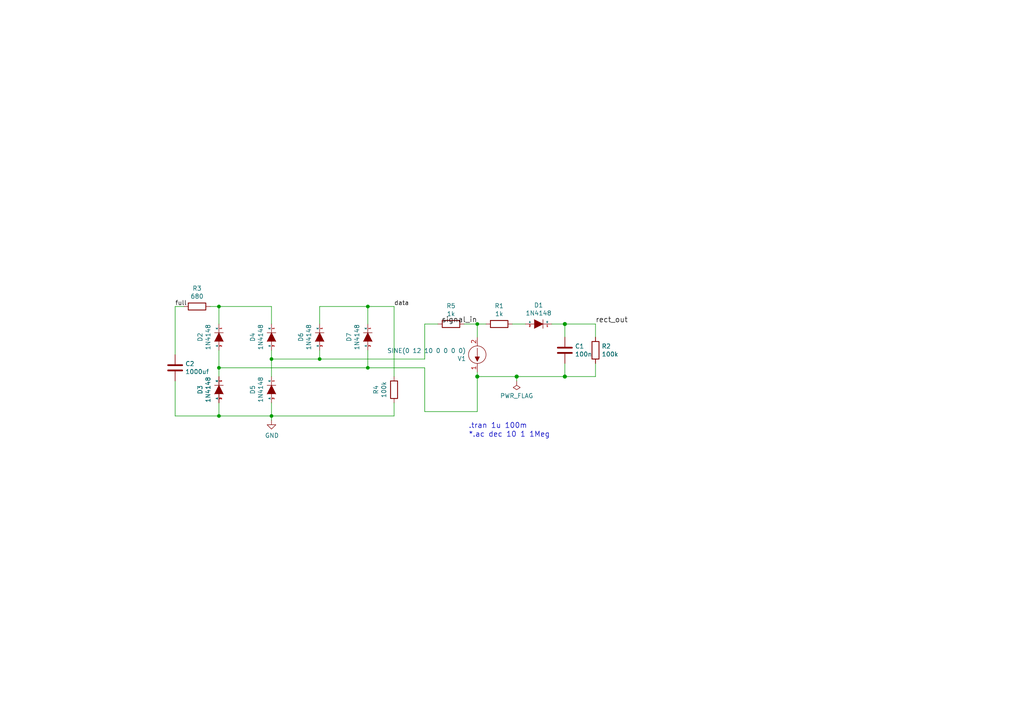
<source format=kicad_sch>
(kicad_sch (version 20211123) (generator eeschema)
  (paper "A4")
  (lib_symbols
    (symbol "power:PWR_FLAG" (power) (pin_numbers hide) (pin_names (offset 0) hide)
      (property "Value" "PWR_FLAG" (at 0 3.81 0))
      (symbol "PWR_FLAG_0_0"
        (pin power_out line (at 0 0 90) (length 0) (name "pwr") (number "1"))
      )
      (symbol "PWR_FLAG_0_1"
        (polyline (pts (xy 0 0) (xy 0 1.27) (xy -1.016 1.905) (xy 0 2.54) (xy 1.016 1.905) (xy 0 1.27)))
      )
    )
    (symbol "rectifier_schlib:C" (pin_numbers hide) (pin_names (offset 0.254))
      (property "Reference" "C" (at 0.635 2.54 0))
      (property "Value" "C" (at 0.635 -2.54 0))
      (symbol "C_0_1"
        (polyline (pts (xy -2.032 -0.762) (xy 2.032 -0.762)) (stroke (width 0.508)))
        (polyline (pts (xy -2.032 0.762) (xy 2.032 0.762)) (stroke (width 0.508)))
      )
      (symbol "C_1_1"
        (pin passive line (at 0 3.81 270) (length 2.794) (name "~") (number "1"))
        (pin passive line (at 0 -3.81 90) (length 2.794) (name "~") (number "2"))
      )
    )
    (symbol "rectifier_schlib:D" (pin_names (offset 0))
      (property "Reference" "D" (at 0 2.54 0))
      (property "Value" "D" (at 0 -2.54 0))
      (symbol "D_0_1"
        (polyline (pts (xy -1.27 1.27) (xy -1.27 -1.27)) (stroke (width 0.1524)))
        (polyline (pts (xy 1.27 1.27) (xy -1.27 0) (xy 1.27 -1.27)) (fill (type outline)))
      )
      (symbol "D_1_1"
        (pin passive line (at -3.81 0 0) (length 2.54) (name "K") (number "1"))
        (pin passive line (at 3.81 0 180) (length 2.54) (name "A") (number "2"))
      )
    )
    (symbol "rectifier_schlib:GND" (power) (pin_names (offset 0))
      (property "Value" "GND" (at 0 -3.1242 0))
      (symbol "GND_0_1"
        (polyline (pts (xy 0 0) (xy 0 -1.27) (xy 1.27 -1.27) (xy 0 -2.54) (xy -1.27 -1.27) (xy 0 -1.27)))
      )
      (symbol "GND_1_1"
        (pin power_in line (at 0 0 270) (length 0) hide (name "GND") (number "1"))
      )
    )
    (symbol "rectifier_schlib:R" (pin_numbers hide) (pin_names (offset 0))
      (property "Reference" "R" (at 2.032 0 90))
      (property "Value" "R" (at 0 0 90))
      (symbol "R_0_1"
        (rectangle (start -1.016 -2.54) (end 1.016 2.54) (stroke (width 0.254)))
      )
      (symbol "R_1_1"
        (pin passive line (at 0 3.81 270) (length 1.27) (name "~") (number "1"))
        (pin passive line (at 0 -3.81 90) (length 1.27) (name "~") (number "2"))
      )
    )
    (symbol "rectifier_schlib:VSOURCE" (pin_names (offset 1.016))
      (property "Reference" "V" (at 5.08 5.08 0))
      (symbol "VSOURCE_0_1"
        (polyline (pts (xy 0 -1.905) (xy 0 1.905)))
        (polyline (pts (xy 0 1.905) (xy -0.635 0.635) (xy 0.635 0.635) (xy 0 1.905)) (fill (type outline)))
        (circle (center 0 0) (radius 2.54))
      )
      (symbol "VSOURCE_1_1"
        (pin input line (at 0 5.08 270) (length 2.54) (name "~") (number "1"))
        (pin input line (at 0 -5.08 90) (length 2.54) (name "~") (number "2"))
      )
    )
  )
  (junction (at 163.83 93.98) (diameter 1.016))
  (junction (at 92.71 104.14))
  (junction (at 63.5 120.65))
  (junction (at 163.83 109.22) (diameter 1.016))
  (junction (at 63.5 88.9))
  (junction (at 78.74 120.65))
  (junction (at 138.43 109.22) (diameter 1.016))
  (junction (at 149.86 109.22) (diameter 1.016))
  (junction (at 78.74 104.14))
  (junction (at 106.68 88.9))
  (junction (at 106.68 106.68))
  (junction (at 138.43 93.98))
  (junction (at 63.5 106.68))
  (wire (pts (xy 123.19 106.68) (xy 106.68 106.68)))
  (wire (pts (xy 134.62 93.98) (xy 138.43 93.98)))
  (wire (pts (xy 160.02 93.98) (xy 163.83 93.98)))
  (wire (pts (xy 63.5 93.98) (xy 63.5 88.9)))
  (wire (pts (xy 114.3 109.22) (xy 114.3 88.9)))
  (wire (pts (xy 78.74 120.65) (xy 78.74 121.92)))
  (wire (pts (xy 63.5 88.9) (xy 78.74 88.9)))
  (wire (pts (xy 172.72 93.98) (xy 172.72 97.79)))
  (wire (pts (xy 172.72 109.22) (xy 172.72 105.41)))
  (wire (pts (xy 60.96 88.9) (xy 63.5 88.9)))
  (wire (pts (xy 138.43 109.22) (xy 149.86 109.22)))
  (wire (pts (xy 78.74 88.9) (xy 78.74 93.98)))
  (wire (pts (xy 149.86 109.22) (xy 163.83 109.22)))
  (wire (pts (xy 92.71 88.9) (xy 106.68 88.9)))
  (wire (pts (xy 53.34 88.9) (xy 50.8 88.9)))
  (wire (pts (xy 78.74 101.6) (xy 78.74 104.14)))
  (wire (pts (xy 138.43 119.38) (xy 123.19 119.38)))
  (wire (pts (xy 78.74 104.14) (xy 78.74 109.22)))
  (wire (pts (xy 163.83 109.22) (xy 172.72 109.22)))
  (wire (pts (xy 106.68 101.6) (xy 106.68 106.68)))
  (wire (pts (xy 50.8 110.49) (xy 50.8 120.65)))
  (wire (pts (xy 138.43 109.22) (xy 138.43 107.95)))
  (wire (pts (xy 114.3 120.65) (xy 78.74 120.65)))
  (wire (pts (xy 63.5 120.65) (xy 78.74 120.65)))
  (wire (pts (xy 50.8 120.65) (xy 63.5 120.65)))
  (wire (pts (xy 114.3 116.84) (xy 114.3 120.65)))
  (wire (pts (xy 163.83 93.98) (xy 172.72 93.98)))
  (wire (pts (xy 106.68 88.9) (xy 106.68 93.98)))
  (wire (pts (xy 163.83 97.79) (xy 163.83 93.98)))
  (wire (pts (xy 63.5 101.6) (xy 63.5 106.68)))
  (wire (pts (xy 138.43 109.22) (xy 138.43 119.38)))
  (wire (pts (xy 92.71 104.14) (xy 123.19 104.14)))
  (wire (pts (xy 92.71 93.98) (xy 92.71 88.9)))
  (wire (pts (xy 92.71 101.6) (xy 92.71 104.14)))
  (wire (pts (xy 106.68 106.68) (xy 63.5 106.68)))
  (wire (pts (xy 78.74 116.84) (xy 78.74 120.65)))
  (wire (pts (xy 114.3 88.9) (xy 106.68 88.9)))
  (wire (pts (xy 50.8 88.9) (xy 50.8 102.87)))
  (wire (pts (xy 63.5 116.84) (xy 63.5 120.65)))
  (wire (pts (xy 163.83 109.22) (xy 163.83 105.41)))
  (wire (pts (xy 123.19 119.38) (xy 123.19 106.68)))
  (wire (pts (xy 123.19 104.14) (xy 123.19 93.98)))
  (wire (pts (xy 149.86 109.22) (xy 149.86 110.49)))
  (wire (pts (xy 138.43 97.79) (xy 138.43 93.98)))
  (wire (pts (xy 78.74 104.14) (xy 92.71 104.14)))
  (wire (pts (xy 63.5 106.68) (xy 63.5 109.22)))
  (wire (pts (xy 148.59 93.98) (xy 152.4 93.98)))
  (wire (pts (xy 123.19 93.98) (xy 127 93.98)))
  (wire (pts (xy 138.43 93.98) (xy 140.97 93.98)))
  (text "*.ac dec 10 1 1Meg\n" (at 135.89 127 0) (effects (font (size 1.524 1.524)) (justify left bottom)))
  (text ".tran 1u 100m\n" (at 135.89 124.46 0) (effects (font (size 1.524 1.524)) (justify left bottom)))
  (label "rect_out" (at 172.72 93.98 0) (effects (font (size 1.524 1.524))))
  (label "signal_in" (at 138.43 93.98 180) (effects (font (size 1.524 1.524))))
  (label "data" (at 114.3 88.9 0))
  (label "full" (at 50.8 88.9 0))
  (symbol (lib_id "rectifier_schlib:VSOURCE") (at 138.43 102.87 180) (unit 1)
    (property "Reference" "V1" (at 135.1788 104.0384 0) (effects (justify left)))
    (property "Value" "SINE(0 12 10 0 0 0 0)" (at 135.1788 101.727 0) (effects (justify left)))
    (property "Fieldname" "Value" (effects hide))
    (property "Spice_Primitive" "V" (effects hide))
    (property "Spice_Node_Sequence" "1 2" (effects hide))
  )
  (symbol (lib_id "rectifier_schlib:R") (at 144.78 93.98 270) (unit 1)
    (property "Reference" "R1" (at 144.78 88.7222 90))
    (property "Value" "1k" (at 144.78 91.0336 90))
    (property "Fieldname" "Value" (effects hide))
    (property "SpiceMapping" "1 2" (effects hide))
    (property "Spice_Primitive" "R" (effects hide))
  )
  (symbol (lib_id "rectifier_schlib:D") (at 156.21 93.98 180) (unit 1)
    (property "Reference" "D1" (at 156.21 88.519 0))
    (property "Value" "1N4148" (at 156.21 90.8304 0))
    (property "Fieldname" "Value" (effects hide))
    (property "Spice_Primitive" "D" (effects hide))
    (property "Spice_Node_Sequence" "2 1" (effects hide))
    (property "Spice_Model" "1N4148" (effects hide))
    (property "Spice_Netlist_Enabled" "Y" (effects hide))
    (property "Spice_Lib_File" "diode.mod" (effects hide))
  )
  (symbol (lib_id "rectifier_schlib:C") (at 163.83 101.6 0) (unit 1)
    (property "Reference" "C1" (at 166.751 100.4316 0) (effects (justify left)))
    (property "Value" "100n" (at 166.751 102.743 0) (effects (justify left)))
    (property "Fieldname" "Value" (effects hide))
    (property "Spice_Primitive" "C" (effects hide))
    (property "SpiceMapping" "1 2" (effects hide))
  )
  (symbol (lib_id "rectifier_schlib:R") (at 172.72 101.6 180) (unit 1)
    (property "Reference" "R2" (at 174.498 100.4316 0) (effects (justify right)))
    (property "Value" "100k" (at 174.498 102.743 0) (effects (justify right)))
    (property "Fieldname" "Value" (effects hide))
    (property "SpiceMapping" "1 2" (effects hide))
    (property "Spice_Primitive" "R" (effects hide))
  )
  (symbol (lib_id "rectifier_schlib:C") (at 50.8 106.68 0) (unit 1)
    (property "Reference" "C2" (at 53.721 105.5116 0) (effects (justify left)))
    (property "Value" "1000uf" (at 53.721 107.823 0) (effects (justify left)))
    (property "Fieldname" "Value" (effects hide))
    (property "Spice_Primitive" "C" (effects hide))
    (property "SpiceMapping" "1 2" (effects hide))
  )
  (symbol (lib_id "rectifier_schlib:D") (at 78.74 113.03 270) (unit 1)
    (property "Reference" "D5" (at 73.279 113.03 0))
    (property "Value" "1N4148" (at 75.5904 113.03 0))
    (property "Fieldname" "Value" (effects hide))
    (property "Spice_Primitive" "D" (effects hide))
    (property "Spice_Node_Sequence" "2 1" (effects hide))
    (property "Spice_Model" "1N4148" (effects hide))
    (property "Spice_Netlist_Enabled" "Y" (effects hide))
    (property "Spice_Lib_File" "diode.mod" (effects hide))
  )
  (symbol (lib_id "power:PWR_FLAG") (at 149.86 110.49 180) (unit 1)
    (property "Reference" "#FLG0101" (effects hide))
    (property "Value" "PWR_FLAG" (at 149.86 114.8144 0))
  )
  (symbol (lib_id "rectifier_schlib:D") (at 92.71 97.79 270) (unit 1)
    (property "Reference" "D6" (at 87.249 97.79 0))
    (property "Value" "1N4148" (at 89.5604 97.79 0))
    (property "Fieldname" "Value" (effects hide))
    (property "Spice_Primitive" "D" (effects hide))
    (property "Spice_Node_Sequence" "2 1" (effects hide))
    (property "Spice_Model" "1N4148" (effects hide))
    (property "Spice_Netlist_Enabled" "Y" (effects hide))
    (property "Spice_Lib_File" "diode.mod" (effects hide))
  )
  (symbol (lib_id "rectifier_schlib:D") (at 106.68 97.79 270) (unit 1)
    (property "Reference" "D7" (at 101.219 97.79 0))
    (property "Value" "1N4148" (at 103.5304 97.79 0))
    (property "Fieldname" "Value" (effects hide))
    (property "Spice_Primitive" "D" (effects hide))
    (property "Spice_Node_Sequence" "2 1" (effects hide))
    (property "Spice_Model" "1N4148" (effects hide))
    (property "Spice_Netlist_Enabled" "Y" (effects hide))
    (property "Spice_Lib_File" "diode.mod" (effects hide))
  )
  (symbol (lib_id "rectifier_schlib:D") (at 63.5 113.03 270) (unit 1)
    (property "Reference" "D3" (at 58.039 113.03 0))
    (property "Value" "1N4148" (at 60.3504 113.03 0))
    (property "Fieldname" "Value" (effects hide))
    (property "Spice_Primitive" "D" (effects hide))
    (property "Spice_Node_Sequence" "2 1" (effects hide))
    (property "Spice_Model" "1N4148" (effects hide))
    (property "Spice_Netlist_Enabled" "Y" (effects hide))
    (property "Spice_Lib_File" "diode.mod" (effects hide))
  )
  (symbol (lib_id "rectifier_schlib:R") (at 57.15 88.9 270) (unit 1)
    (property "Reference" "R3" (at 57.15 83.6422 90))
    (property "Value" "680" (at 57.15 85.9536 90))
    (property "Fieldname" "Value" (effects hide))
    (property "SpiceMapping" "1 2" (effects hide))
    (property "Spice_Primitive" "R" (effects hide))
  )
  (symbol (lib_id "rectifier_schlib:R") (at 114.3 113.03 0) (unit 1)
    (property "Reference" "R4" (at 109.0422 113.03 90))
    (property "Value" "100k" (at 111.3536 113.03 90))
    (property "Fieldname" "Value" (effects hide))
    (property "SpiceMapping" "1 2" (effects hide))
    (property "Spice_Primitive" "R" (effects hide))
  )
  (symbol (lib_id "rectifier_schlib:R") (at 130.81 93.98 270) (unit 1)
    (property "Reference" "R5" (at 130.81 88.7222 90))
    (property "Value" "1k" (at 130.81 91.0336 90))
    (property "Fieldname" "Value" (effects hide))
    (property "SpiceMapping" "1 2" (effects hide))
    (property "Spice_Primitive" "R" (effects hide))
  )
  (symbol (lib_id "rectifier_schlib:D") (at 78.74 97.79 270) (unit 1)
    (property "Reference" "D4" (at 73.279 97.79 0))
    (property "Value" "1N4148" (at 75.5904 97.79 0))
    (property "Fieldname" "Value" (effects hide))
    (property "Spice_Primitive" "D" (effects hide))
    (property "Spice_Node_Sequence" "2 1" (effects hide))
    (property "Spice_Model" "1N4148" (effects hide))
    (property "Spice_Netlist_Enabled" "Y" (effects hide))
    (property "Spice_Lib_File" "diode.mod" (effects hide))
  )
  (symbol (lib_id "rectifier_schlib:D") (at 63.5 97.79 270) (unit 1)
    (property "Reference" "D2" (at 58.039 97.79 0))
    (property "Value" "1N4148" (at 60.3504 97.79 0))
    (property "Fieldname" "Value" (effects hide))
    (property "Spice_Primitive" "D" (effects hide))
    (property "Spice_Node_Sequence" "2 1" (effects hide))
    (property "Spice_Model" "1N4148" (effects hide))
    (property "Spice_Netlist_Enabled" "Y" (effects hide))
    (property "Spice_Lib_File" "diode.mod" (effects hide))
  )
  (symbol (lib_id "rectifier_schlib:GND") (at 78.74 121.92 0) (unit 1)
    (property "Reference" "#PWR01" (effects hide))
    (property "Value" "GND" (at 78.867 126.3142 0))
  )
)
</source>
